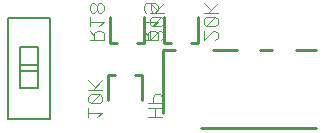
<source format=gbo>
G75*
%MOIN*%
%OFA0B0*%
%FSLAX25Y25*%
%IPPOS*%
%LPD*%
%AMOC8*
5,1,8,0,0,1.08239X$1,22.5*
%
%ADD10C,0.00500*%
%ADD11C,0.01000*%
%ADD12C,0.00400*%
D10*
X0033210Y0028868D02*
X0046990Y0028868D01*
X0046990Y0062332D01*
X0033210Y0062332D01*
X0033210Y0028868D01*
X0037147Y0038907D02*
X0043053Y0038907D01*
X0043053Y0046781D01*
X0037147Y0046781D01*
X0037147Y0044813D01*
X0037147Y0038907D01*
X0037147Y0044813D02*
X0043053Y0044813D01*
X0043053Y0046781D02*
X0043053Y0052687D01*
X0037147Y0052687D01*
X0037147Y0046781D01*
D11*
X0066391Y0043490D02*
X0066391Y0035025D01*
X0077809Y0035025D02*
X0077809Y0043490D01*
X0075446Y0043490D01*
X0068754Y0043490D02*
X0066391Y0043490D01*
X0084569Y0051592D02*
X0088600Y0051592D01*
X0084569Y0051592D02*
X0084569Y0030608D01*
X0097350Y0025608D02*
X0135631Y0025608D01*
X0135631Y0051592D02*
X0128975Y0051592D01*
X0121100Y0051592D02*
X0117100Y0051592D01*
X0109350Y0051592D02*
X0101350Y0051592D01*
X0096309Y0054210D02*
X0093946Y0054210D01*
X0096309Y0054210D02*
X0096309Y0062675D01*
X0084891Y0062675D02*
X0084891Y0054210D01*
X0087254Y0054210D01*
X0078309Y0054210D02*
X0075946Y0054210D01*
X0078309Y0054210D02*
X0078309Y0062675D01*
X0066891Y0062675D02*
X0066891Y0054210D01*
X0069254Y0054210D01*
D12*
X0064904Y0054988D02*
X0064904Y0057290D01*
X0064137Y0058057D01*
X0062602Y0058057D01*
X0061835Y0057290D01*
X0061835Y0054988D01*
X0060300Y0054988D02*
X0064904Y0054988D01*
X0061835Y0056523D02*
X0060300Y0058057D01*
X0060300Y0059592D02*
X0060300Y0062661D01*
X0060300Y0061127D02*
X0064904Y0061127D01*
X0063369Y0059592D01*
X0063369Y0064196D02*
X0064137Y0064196D01*
X0064904Y0064963D01*
X0064904Y0066498D01*
X0064137Y0067265D01*
X0063369Y0067265D01*
X0062602Y0066498D01*
X0062602Y0064963D01*
X0063369Y0064196D01*
X0062602Y0064963D02*
X0061835Y0064196D01*
X0061067Y0064196D01*
X0060300Y0064963D01*
X0060300Y0066498D01*
X0061067Y0067265D01*
X0061835Y0067265D01*
X0062602Y0066498D01*
X0078300Y0066498D02*
X0078300Y0064963D01*
X0079067Y0064196D01*
X0080300Y0064196D02*
X0084904Y0064196D01*
X0082904Y0064963D02*
X0082137Y0064196D01*
X0081369Y0064196D01*
X0080602Y0064963D01*
X0080602Y0067265D01*
X0080300Y0067265D02*
X0082602Y0064963D01*
X0082904Y0064963D02*
X0082904Y0066498D01*
X0082137Y0067265D01*
X0079067Y0067265D01*
X0078300Y0066498D01*
X0081835Y0064196D02*
X0084904Y0067265D01*
X0084137Y0062661D02*
X0081067Y0062661D01*
X0080300Y0061894D01*
X0080300Y0060359D01*
X0081067Y0059592D01*
X0084137Y0062661D01*
X0084904Y0061894D01*
X0084904Y0060359D01*
X0084137Y0059592D01*
X0081067Y0059592D01*
X0081369Y0059592D02*
X0082904Y0061127D01*
X0078300Y0061127D01*
X0078300Y0062661D02*
X0078300Y0059592D01*
X0078300Y0058057D02*
X0079835Y0056523D01*
X0079835Y0057290D02*
X0079835Y0054988D01*
X0080300Y0054988D02*
X0083369Y0058057D01*
X0084137Y0058057D01*
X0084904Y0057290D01*
X0084904Y0055756D01*
X0084137Y0054988D01*
X0082904Y0054988D02*
X0082904Y0057290D01*
X0082137Y0058057D01*
X0080602Y0058057D01*
X0079835Y0057290D01*
X0080300Y0058057D02*
X0080300Y0054988D01*
X0078300Y0054988D02*
X0082904Y0054988D01*
X0098300Y0054988D02*
X0101369Y0058057D01*
X0102137Y0058057D01*
X0102904Y0057290D01*
X0102904Y0055756D01*
X0102137Y0054988D01*
X0098300Y0054988D02*
X0098300Y0058057D01*
X0099067Y0059592D02*
X0102137Y0062661D01*
X0099067Y0062661D01*
X0098300Y0061894D01*
X0098300Y0060359D01*
X0099067Y0059592D01*
X0102137Y0059592D01*
X0102904Y0060359D01*
X0102904Y0061894D01*
X0102137Y0062661D01*
X0102904Y0064196D02*
X0098300Y0064196D01*
X0099835Y0064196D02*
X0102904Y0067265D01*
X0100602Y0064963D02*
X0098300Y0067265D01*
X0064404Y0041577D02*
X0061335Y0038508D01*
X0062102Y0039275D02*
X0059800Y0041577D01*
X0059800Y0038508D02*
X0064404Y0038508D01*
X0063637Y0036973D02*
X0060567Y0036973D01*
X0059800Y0036206D01*
X0059800Y0034671D01*
X0060567Y0033904D01*
X0063637Y0036973D01*
X0064404Y0036206D01*
X0064404Y0034671D01*
X0063637Y0033904D01*
X0060567Y0033904D01*
X0059800Y0032369D02*
X0059800Y0029300D01*
X0059800Y0030835D02*
X0064404Y0030835D01*
X0062869Y0029300D01*
X0079800Y0029300D02*
X0084404Y0029300D01*
X0082102Y0029300D02*
X0082102Y0032369D01*
X0084404Y0032369D02*
X0079800Y0032369D01*
X0079800Y0033904D02*
X0084404Y0033904D01*
X0084404Y0036206D01*
X0083637Y0036973D01*
X0082102Y0036973D01*
X0081335Y0036206D01*
X0081335Y0033904D01*
M02*

</source>
